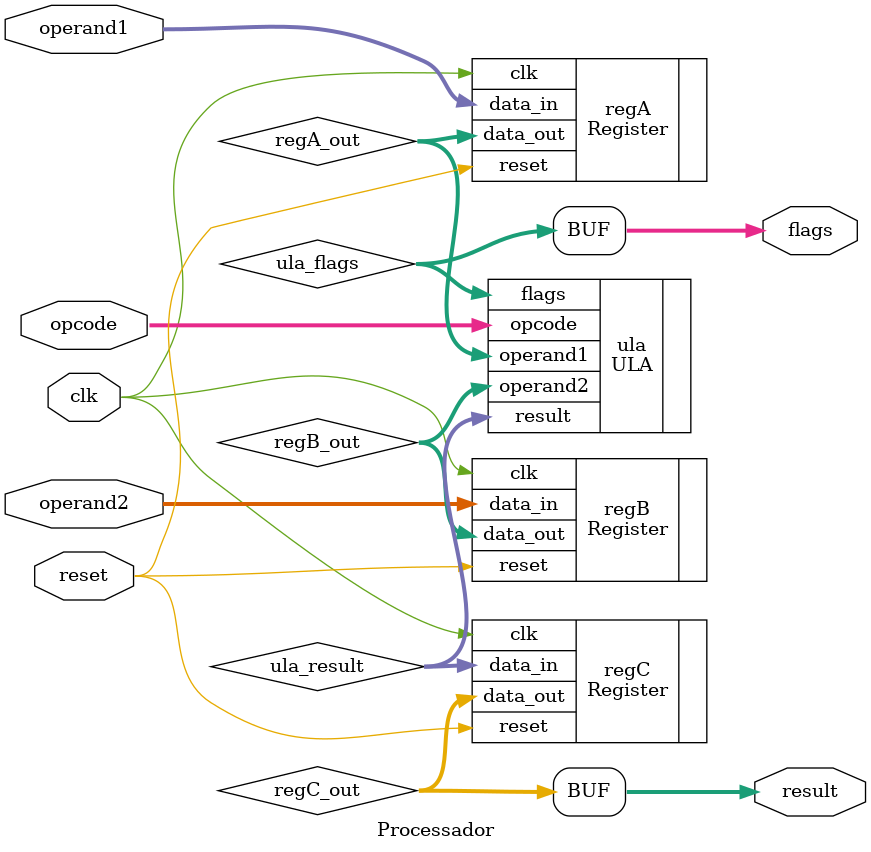
<source format=v>
module Processador (
    input clk,
    input reset,
    input [7:0] opcode,         // Código da operação
    input [7:0] operand1,       // Operando 1
    input [7:0] operand2,       // Operando 2
    output [7:0] result,        // Resultado da operação
    output [7:0] flags          // Flags (Zero, Carry, etc.)
);

    // Conexões internas
    wire [7:0] ula_result;
    wire [7:0] regA_out, regB_out, regC_out;
    wire [7:0] ula_flags;

    // Instância dos registradores
    Register regA(.clk(clk), .reset(reset), .data_in(operand1), .data_out(regA_out));
    Register regB(.clk(clk), .reset(reset), .data_in(operand2), .data_out(regB_out));
    Register regC(.clk(clk), .reset(reset), .data_in(ula_result), .data_out(regC_out));

    // Instância da ULA
    ULA ula(
        .opcode(opcode),
        .operand1(regA_out),
        .operand2(regB_out),
        .result(ula_result),
        .flags(ula_flags)
    );

    // Flags e resultados saem da ULA
    assign result = regC_out;
    assign flags = ula_flags;

endmodule
</source>
